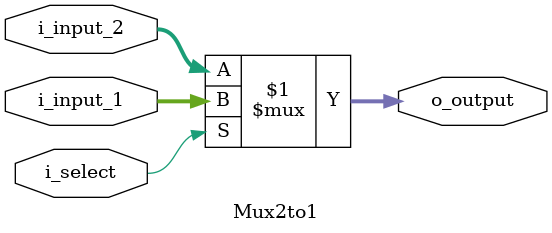
<source format=v>
module Mux2to1 #(
    parameter DATA_W = 64
)(
    input  i_select,
    input  [ DATA_W - 1 : 0 ] i_input_1,
    input  [ DATA_W - 1 : 0 ] i_input_2,
    output [ DATA_W - 1 : 0 ] o_output
);

assign o_output = i_select ? i_input_1 : i_input_2;

endmodule

</source>
